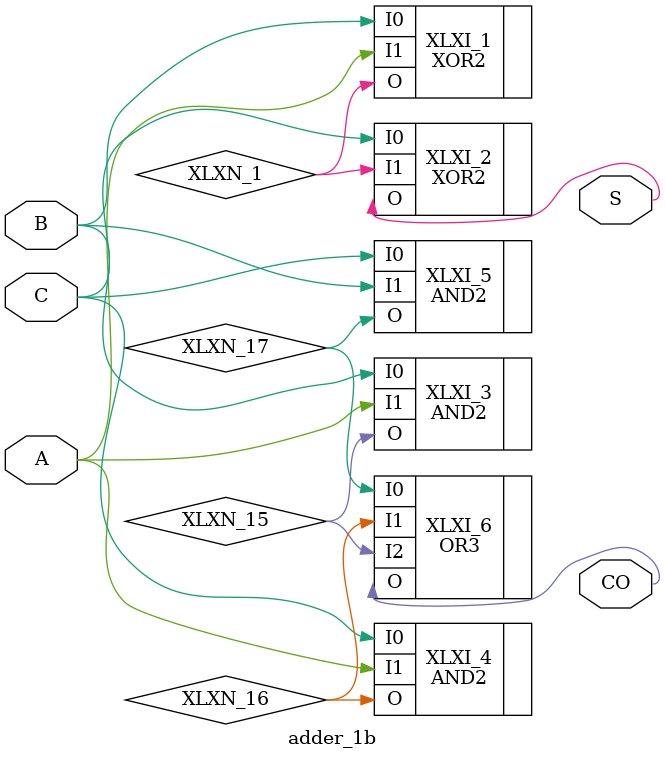
<source format=v>
`timescale 1ns / 1ps

module adder_1b(A, 
                B, 
                C, 
                CO, 
                S);

    input A;
    input B;
    input C;
   output CO;
   output S;
   
   wire XLXN_1;
   wire XLXN_15;
   wire XLXN_16;
   wire XLXN_17;
   
   XOR2 XLXI_1 (.I0(B), 
                .I1(A), 
                .O(XLXN_1));
   XOR2 XLXI_2 (.I0(C), 
                .I1(XLXN_1), 
                .O(S));
   AND2 XLXI_3 (.I0(B), 
                .I1(A), 
                .O(XLXN_15));
   AND2 XLXI_4 (.I0(C), 
                .I1(A), 
                .O(XLXN_16));
   AND2 XLXI_5 (.I0(C), 
                .I1(B), 
                .O(XLXN_17));
   OR3 XLXI_6 (.I0(XLXN_17), 
               .I1(XLXN_16), 
               .I2(XLXN_15), 
               .O(CO));
endmodule

</source>
